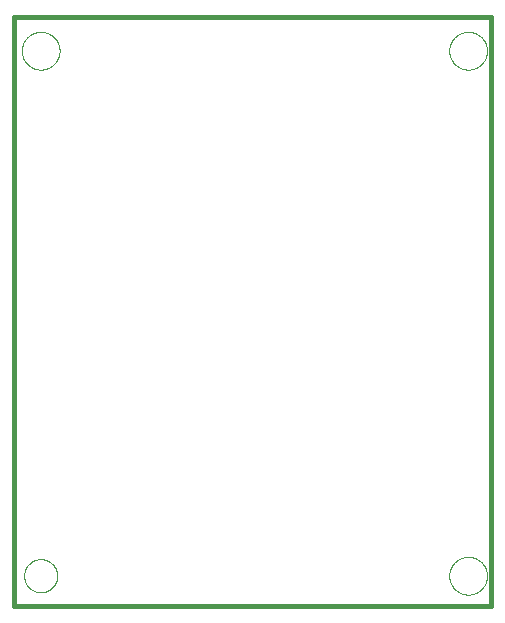
<source format=gtp>
G75*
%MOIN*%
%OFA0B0*%
%FSLAX25Y25*%
%IPPOS*%
%LPD*%
%AMOC8*
5,1,8,0,0,1.08239X$1,22.5*
%
%ADD10C,0.00000*%
%ADD11C,0.01600*%
D10*
X0073845Y0002513D02*
X0073845Y0198763D01*
X0232595Y0198763D01*
X0232595Y0002513D01*
X0073845Y0002513D01*
X0077083Y0012513D02*
X0077085Y0012661D01*
X0077091Y0012809D01*
X0077101Y0012957D01*
X0077115Y0013104D01*
X0077133Y0013251D01*
X0077154Y0013397D01*
X0077180Y0013543D01*
X0077210Y0013688D01*
X0077243Y0013832D01*
X0077281Y0013975D01*
X0077322Y0014117D01*
X0077367Y0014258D01*
X0077415Y0014398D01*
X0077468Y0014537D01*
X0077524Y0014674D01*
X0077584Y0014809D01*
X0077647Y0014943D01*
X0077714Y0015075D01*
X0077785Y0015205D01*
X0077859Y0015333D01*
X0077936Y0015459D01*
X0078017Y0015583D01*
X0078101Y0015705D01*
X0078188Y0015824D01*
X0078279Y0015941D01*
X0078373Y0016056D01*
X0078469Y0016168D01*
X0078569Y0016278D01*
X0078671Y0016384D01*
X0078777Y0016488D01*
X0078885Y0016589D01*
X0078996Y0016687D01*
X0079109Y0016783D01*
X0079225Y0016875D01*
X0079343Y0016964D01*
X0079464Y0017049D01*
X0079587Y0017132D01*
X0079712Y0017211D01*
X0079839Y0017287D01*
X0079968Y0017359D01*
X0080099Y0017428D01*
X0080232Y0017493D01*
X0080367Y0017554D01*
X0080503Y0017612D01*
X0080640Y0017667D01*
X0080779Y0017717D01*
X0080920Y0017764D01*
X0081061Y0017807D01*
X0081204Y0017847D01*
X0081348Y0017882D01*
X0081492Y0017914D01*
X0081638Y0017941D01*
X0081784Y0017965D01*
X0081931Y0017985D01*
X0082078Y0018001D01*
X0082225Y0018013D01*
X0082373Y0018021D01*
X0082521Y0018025D01*
X0082669Y0018025D01*
X0082817Y0018021D01*
X0082965Y0018013D01*
X0083112Y0018001D01*
X0083259Y0017985D01*
X0083406Y0017965D01*
X0083552Y0017941D01*
X0083698Y0017914D01*
X0083842Y0017882D01*
X0083986Y0017847D01*
X0084129Y0017807D01*
X0084270Y0017764D01*
X0084411Y0017717D01*
X0084550Y0017667D01*
X0084687Y0017612D01*
X0084823Y0017554D01*
X0084958Y0017493D01*
X0085091Y0017428D01*
X0085222Y0017359D01*
X0085351Y0017287D01*
X0085478Y0017211D01*
X0085603Y0017132D01*
X0085726Y0017049D01*
X0085847Y0016964D01*
X0085965Y0016875D01*
X0086081Y0016783D01*
X0086194Y0016687D01*
X0086305Y0016589D01*
X0086413Y0016488D01*
X0086519Y0016384D01*
X0086621Y0016278D01*
X0086721Y0016168D01*
X0086817Y0016056D01*
X0086911Y0015941D01*
X0087002Y0015824D01*
X0087089Y0015705D01*
X0087173Y0015583D01*
X0087254Y0015459D01*
X0087331Y0015333D01*
X0087405Y0015205D01*
X0087476Y0015075D01*
X0087543Y0014943D01*
X0087606Y0014809D01*
X0087666Y0014674D01*
X0087722Y0014537D01*
X0087775Y0014398D01*
X0087823Y0014258D01*
X0087868Y0014117D01*
X0087909Y0013975D01*
X0087947Y0013832D01*
X0087980Y0013688D01*
X0088010Y0013543D01*
X0088036Y0013397D01*
X0088057Y0013251D01*
X0088075Y0013104D01*
X0088089Y0012957D01*
X0088099Y0012809D01*
X0088105Y0012661D01*
X0088107Y0012513D01*
X0088105Y0012365D01*
X0088099Y0012217D01*
X0088089Y0012069D01*
X0088075Y0011922D01*
X0088057Y0011775D01*
X0088036Y0011629D01*
X0088010Y0011483D01*
X0087980Y0011338D01*
X0087947Y0011194D01*
X0087909Y0011051D01*
X0087868Y0010909D01*
X0087823Y0010768D01*
X0087775Y0010628D01*
X0087722Y0010489D01*
X0087666Y0010352D01*
X0087606Y0010217D01*
X0087543Y0010083D01*
X0087476Y0009951D01*
X0087405Y0009821D01*
X0087331Y0009693D01*
X0087254Y0009567D01*
X0087173Y0009443D01*
X0087089Y0009321D01*
X0087002Y0009202D01*
X0086911Y0009085D01*
X0086817Y0008970D01*
X0086721Y0008858D01*
X0086621Y0008748D01*
X0086519Y0008642D01*
X0086413Y0008538D01*
X0086305Y0008437D01*
X0086194Y0008339D01*
X0086081Y0008243D01*
X0085965Y0008151D01*
X0085847Y0008062D01*
X0085726Y0007977D01*
X0085603Y0007894D01*
X0085478Y0007815D01*
X0085351Y0007739D01*
X0085222Y0007667D01*
X0085091Y0007598D01*
X0084958Y0007533D01*
X0084823Y0007472D01*
X0084687Y0007414D01*
X0084550Y0007359D01*
X0084411Y0007309D01*
X0084270Y0007262D01*
X0084129Y0007219D01*
X0083986Y0007179D01*
X0083842Y0007144D01*
X0083698Y0007112D01*
X0083552Y0007085D01*
X0083406Y0007061D01*
X0083259Y0007041D01*
X0083112Y0007025D01*
X0082965Y0007013D01*
X0082817Y0007005D01*
X0082669Y0007001D01*
X0082521Y0007001D01*
X0082373Y0007005D01*
X0082225Y0007013D01*
X0082078Y0007025D01*
X0081931Y0007041D01*
X0081784Y0007061D01*
X0081638Y0007085D01*
X0081492Y0007112D01*
X0081348Y0007144D01*
X0081204Y0007179D01*
X0081061Y0007219D01*
X0080920Y0007262D01*
X0080779Y0007309D01*
X0080640Y0007359D01*
X0080503Y0007414D01*
X0080367Y0007472D01*
X0080232Y0007533D01*
X0080099Y0007598D01*
X0079968Y0007667D01*
X0079839Y0007739D01*
X0079712Y0007815D01*
X0079587Y0007894D01*
X0079464Y0007977D01*
X0079343Y0008062D01*
X0079225Y0008151D01*
X0079109Y0008243D01*
X0078996Y0008339D01*
X0078885Y0008437D01*
X0078777Y0008538D01*
X0078671Y0008642D01*
X0078569Y0008748D01*
X0078469Y0008858D01*
X0078373Y0008970D01*
X0078279Y0009085D01*
X0078188Y0009202D01*
X0078101Y0009321D01*
X0078017Y0009443D01*
X0077936Y0009567D01*
X0077859Y0009693D01*
X0077785Y0009821D01*
X0077714Y0009951D01*
X0077647Y0010083D01*
X0077584Y0010217D01*
X0077524Y0010352D01*
X0077468Y0010489D01*
X0077415Y0010628D01*
X0077367Y0010768D01*
X0077322Y0010909D01*
X0077281Y0011051D01*
X0077243Y0011194D01*
X0077210Y0011338D01*
X0077180Y0011483D01*
X0077154Y0011629D01*
X0077133Y0011775D01*
X0077115Y0011922D01*
X0077101Y0012069D01*
X0077091Y0012217D01*
X0077085Y0012365D01*
X0077083Y0012513D01*
X0218796Y0012513D02*
X0218798Y0012671D01*
X0218804Y0012829D01*
X0218814Y0012987D01*
X0218828Y0013145D01*
X0218846Y0013302D01*
X0218867Y0013459D01*
X0218893Y0013615D01*
X0218923Y0013771D01*
X0218956Y0013926D01*
X0218994Y0014079D01*
X0219035Y0014232D01*
X0219080Y0014384D01*
X0219129Y0014535D01*
X0219182Y0014684D01*
X0219238Y0014832D01*
X0219298Y0014978D01*
X0219362Y0015123D01*
X0219430Y0015266D01*
X0219501Y0015408D01*
X0219575Y0015548D01*
X0219653Y0015685D01*
X0219735Y0015821D01*
X0219819Y0015955D01*
X0219908Y0016086D01*
X0219999Y0016215D01*
X0220094Y0016342D01*
X0220191Y0016467D01*
X0220292Y0016589D01*
X0220396Y0016708D01*
X0220503Y0016825D01*
X0220613Y0016939D01*
X0220726Y0017050D01*
X0220841Y0017159D01*
X0220959Y0017264D01*
X0221080Y0017366D01*
X0221203Y0017466D01*
X0221329Y0017562D01*
X0221457Y0017655D01*
X0221587Y0017745D01*
X0221720Y0017831D01*
X0221855Y0017915D01*
X0221991Y0017994D01*
X0222130Y0018071D01*
X0222271Y0018143D01*
X0222413Y0018213D01*
X0222557Y0018278D01*
X0222703Y0018340D01*
X0222850Y0018398D01*
X0222999Y0018453D01*
X0223149Y0018504D01*
X0223300Y0018551D01*
X0223452Y0018594D01*
X0223605Y0018633D01*
X0223760Y0018669D01*
X0223915Y0018700D01*
X0224071Y0018728D01*
X0224227Y0018752D01*
X0224384Y0018772D01*
X0224542Y0018788D01*
X0224699Y0018800D01*
X0224858Y0018808D01*
X0225016Y0018812D01*
X0225174Y0018812D01*
X0225332Y0018808D01*
X0225491Y0018800D01*
X0225648Y0018788D01*
X0225806Y0018772D01*
X0225963Y0018752D01*
X0226119Y0018728D01*
X0226275Y0018700D01*
X0226430Y0018669D01*
X0226585Y0018633D01*
X0226738Y0018594D01*
X0226890Y0018551D01*
X0227041Y0018504D01*
X0227191Y0018453D01*
X0227340Y0018398D01*
X0227487Y0018340D01*
X0227633Y0018278D01*
X0227777Y0018213D01*
X0227919Y0018143D01*
X0228060Y0018071D01*
X0228199Y0017994D01*
X0228335Y0017915D01*
X0228470Y0017831D01*
X0228603Y0017745D01*
X0228733Y0017655D01*
X0228861Y0017562D01*
X0228987Y0017466D01*
X0229110Y0017366D01*
X0229231Y0017264D01*
X0229349Y0017159D01*
X0229464Y0017050D01*
X0229577Y0016939D01*
X0229687Y0016825D01*
X0229794Y0016708D01*
X0229898Y0016589D01*
X0229999Y0016467D01*
X0230096Y0016342D01*
X0230191Y0016215D01*
X0230282Y0016086D01*
X0230371Y0015955D01*
X0230455Y0015821D01*
X0230537Y0015685D01*
X0230615Y0015548D01*
X0230689Y0015408D01*
X0230760Y0015266D01*
X0230828Y0015123D01*
X0230892Y0014978D01*
X0230952Y0014832D01*
X0231008Y0014684D01*
X0231061Y0014535D01*
X0231110Y0014384D01*
X0231155Y0014232D01*
X0231196Y0014079D01*
X0231234Y0013926D01*
X0231267Y0013771D01*
X0231297Y0013615D01*
X0231323Y0013459D01*
X0231344Y0013302D01*
X0231362Y0013145D01*
X0231376Y0012987D01*
X0231386Y0012829D01*
X0231392Y0012671D01*
X0231394Y0012513D01*
X0231392Y0012355D01*
X0231386Y0012197D01*
X0231376Y0012039D01*
X0231362Y0011881D01*
X0231344Y0011724D01*
X0231323Y0011567D01*
X0231297Y0011411D01*
X0231267Y0011255D01*
X0231234Y0011100D01*
X0231196Y0010947D01*
X0231155Y0010794D01*
X0231110Y0010642D01*
X0231061Y0010491D01*
X0231008Y0010342D01*
X0230952Y0010194D01*
X0230892Y0010048D01*
X0230828Y0009903D01*
X0230760Y0009760D01*
X0230689Y0009618D01*
X0230615Y0009478D01*
X0230537Y0009341D01*
X0230455Y0009205D01*
X0230371Y0009071D01*
X0230282Y0008940D01*
X0230191Y0008811D01*
X0230096Y0008684D01*
X0229999Y0008559D01*
X0229898Y0008437D01*
X0229794Y0008318D01*
X0229687Y0008201D01*
X0229577Y0008087D01*
X0229464Y0007976D01*
X0229349Y0007867D01*
X0229231Y0007762D01*
X0229110Y0007660D01*
X0228987Y0007560D01*
X0228861Y0007464D01*
X0228733Y0007371D01*
X0228603Y0007281D01*
X0228470Y0007195D01*
X0228335Y0007111D01*
X0228199Y0007032D01*
X0228060Y0006955D01*
X0227919Y0006883D01*
X0227777Y0006813D01*
X0227633Y0006748D01*
X0227487Y0006686D01*
X0227340Y0006628D01*
X0227191Y0006573D01*
X0227041Y0006522D01*
X0226890Y0006475D01*
X0226738Y0006432D01*
X0226585Y0006393D01*
X0226430Y0006357D01*
X0226275Y0006326D01*
X0226119Y0006298D01*
X0225963Y0006274D01*
X0225806Y0006254D01*
X0225648Y0006238D01*
X0225491Y0006226D01*
X0225332Y0006218D01*
X0225174Y0006214D01*
X0225016Y0006214D01*
X0224858Y0006218D01*
X0224699Y0006226D01*
X0224542Y0006238D01*
X0224384Y0006254D01*
X0224227Y0006274D01*
X0224071Y0006298D01*
X0223915Y0006326D01*
X0223760Y0006357D01*
X0223605Y0006393D01*
X0223452Y0006432D01*
X0223300Y0006475D01*
X0223149Y0006522D01*
X0222999Y0006573D01*
X0222850Y0006628D01*
X0222703Y0006686D01*
X0222557Y0006748D01*
X0222413Y0006813D01*
X0222271Y0006883D01*
X0222130Y0006955D01*
X0221991Y0007032D01*
X0221855Y0007111D01*
X0221720Y0007195D01*
X0221587Y0007281D01*
X0221457Y0007371D01*
X0221329Y0007464D01*
X0221203Y0007560D01*
X0221080Y0007660D01*
X0220959Y0007762D01*
X0220841Y0007867D01*
X0220726Y0007976D01*
X0220613Y0008087D01*
X0220503Y0008201D01*
X0220396Y0008318D01*
X0220292Y0008437D01*
X0220191Y0008559D01*
X0220094Y0008684D01*
X0219999Y0008811D01*
X0219908Y0008940D01*
X0219819Y0009071D01*
X0219735Y0009205D01*
X0219653Y0009341D01*
X0219575Y0009478D01*
X0219501Y0009618D01*
X0219430Y0009760D01*
X0219362Y0009903D01*
X0219298Y0010048D01*
X0219238Y0010194D01*
X0219182Y0010342D01*
X0219129Y0010491D01*
X0219080Y0010642D01*
X0219035Y0010794D01*
X0218994Y0010947D01*
X0218956Y0011100D01*
X0218923Y0011255D01*
X0218893Y0011411D01*
X0218867Y0011567D01*
X0218846Y0011724D01*
X0218828Y0011881D01*
X0218814Y0012039D01*
X0218804Y0012197D01*
X0218798Y0012355D01*
X0218796Y0012513D01*
X0218796Y0187513D02*
X0218798Y0187671D01*
X0218804Y0187829D01*
X0218814Y0187987D01*
X0218828Y0188145D01*
X0218846Y0188302D01*
X0218867Y0188459D01*
X0218893Y0188615D01*
X0218923Y0188771D01*
X0218956Y0188926D01*
X0218994Y0189079D01*
X0219035Y0189232D01*
X0219080Y0189384D01*
X0219129Y0189535D01*
X0219182Y0189684D01*
X0219238Y0189832D01*
X0219298Y0189978D01*
X0219362Y0190123D01*
X0219430Y0190266D01*
X0219501Y0190408D01*
X0219575Y0190548D01*
X0219653Y0190685D01*
X0219735Y0190821D01*
X0219819Y0190955D01*
X0219908Y0191086D01*
X0219999Y0191215D01*
X0220094Y0191342D01*
X0220191Y0191467D01*
X0220292Y0191589D01*
X0220396Y0191708D01*
X0220503Y0191825D01*
X0220613Y0191939D01*
X0220726Y0192050D01*
X0220841Y0192159D01*
X0220959Y0192264D01*
X0221080Y0192366D01*
X0221203Y0192466D01*
X0221329Y0192562D01*
X0221457Y0192655D01*
X0221587Y0192745D01*
X0221720Y0192831D01*
X0221855Y0192915D01*
X0221991Y0192994D01*
X0222130Y0193071D01*
X0222271Y0193143D01*
X0222413Y0193213D01*
X0222557Y0193278D01*
X0222703Y0193340D01*
X0222850Y0193398D01*
X0222999Y0193453D01*
X0223149Y0193504D01*
X0223300Y0193551D01*
X0223452Y0193594D01*
X0223605Y0193633D01*
X0223760Y0193669D01*
X0223915Y0193700D01*
X0224071Y0193728D01*
X0224227Y0193752D01*
X0224384Y0193772D01*
X0224542Y0193788D01*
X0224699Y0193800D01*
X0224858Y0193808D01*
X0225016Y0193812D01*
X0225174Y0193812D01*
X0225332Y0193808D01*
X0225491Y0193800D01*
X0225648Y0193788D01*
X0225806Y0193772D01*
X0225963Y0193752D01*
X0226119Y0193728D01*
X0226275Y0193700D01*
X0226430Y0193669D01*
X0226585Y0193633D01*
X0226738Y0193594D01*
X0226890Y0193551D01*
X0227041Y0193504D01*
X0227191Y0193453D01*
X0227340Y0193398D01*
X0227487Y0193340D01*
X0227633Y0193278D01*
X0227777Y0193213D01*
X0227919Y0193143D01*
X0228060Y0193071D01*
X0228199Y0192994D01*
X0228335Y0192915D01*
X0228470Y0192831D01*
X0228603Y0192745D01*
X0228733Y0192655D01*
X0228861Y0192562D01*
X0228987Y0192466D01*
X0229110Y0192366D01*
X0229231Y0192264D01*
X0229349Y0192159D01*
X0229464Y0192050D01*
X0229577Y0191939D01*
X0229687Y0191825D01*
X0229794Y0191708D01*
X0229898Y0191589D01*
X0229999Y0191467D01*
X0230096Y0191342D01*
X0230191Y0191215D01*
X0230282Y0191086D01*
X0230371Y0190955D01*
X0230455Y0190821D01*
X0230537Y0190685D01*
X0230615Y0190548D01*
X0230689Y0190408D01*
X0230760Y0190266D01*
X0230828Y0190123D01*
X0230892Y0189978D01*
X0230952Y0189832D01*
X0231008Y0189684D01*
X0231061Y0189535D01*
X0231110Y0189384D01*
X0231155Y0189232D01*
X0231196Y0189079D01*
X0231234Y0188926D01*
X0231267Y0188771D01*
X0231297Y0188615D01*
X0231323Y0188459D01*
X0231344Y0188302D01*
X0231362Y0188145D01*
X0231376Y0187987D01*
X0231386Y0187829D01*
X0231392Y0187671D01*
X0231394Y0187513D01*
X0231392Y0187355D01*
X0231386Y0187197D01*
X0231376Y0187039D01*
X0231362Y0186881D01*
X0231344Y0186724D01*
X0231323Y0186567D01*
X0231297Y0186411D01*
X0231267Y0186255D01*
X0231234Y0186100D01*
X0231196Y0185947D01*
X0231155Y0185794D01*
X0231110Y0185642D01*
X0231061Y0185491D01*
X0231008Y0185342D01*
X0230952Y0185194D01*
X0230892Y0185048D01*
X0230828Y0184903D01*
X0230760Y0184760D01*
X0230689Y0184618D01*
X0230615Y0184478D01*
X0230537Y0184341D01*
X0230455Y0184205D01*
X0230371Y0184071D01*
X0230282Y0183940D01*
X0230191Y0183811D01*
X0230096Y0183684D01*
X0229999Y0183559D01*
X0229898Y0183437D01*
X0229794Y0183318D01*
X0229687Y0183201D01*
X0229577Y0183087D01*
X0229464Y0182976D01*
X0229349Y0182867D01*
X0229231Y0182762D01*
X0229110Y0182660D01*
X0228987Y0182560D01*
X0228861Y0182464D01*
X0228733Y0182371D01*
X0228603Y0182281D01*
X0228470Y0182195D01*
X0228335Y0182111D01*
X0228199Y0182032D01*
X0228060Y0181955D01*
X0227919Y0181883D01*
X0227777Y0181813D01*
X0227633Y0181748D01*
X0227487Y0181686D01*
X0227340Y0181628D01*
X0227191Y0181573D01*
X0227041Y0181522D01*
X0226890Y0181475D01*
X0226738Y0181432D01*
X0226585Y0181393D01*
X0226430Y0181357D01*
X0226275Y0181326D01*
X0226119Y0181298D01*
X0225963Y0181274D01*
X0225806Y0181254D01*
X0225648Y0181238D01*
X0225491Y0181226D01*
X0225332Y0181218D01*
X0225174Y0181214D01*
X0225016Y0181214D01*
X0224858Y0181218D01*
X0224699Y0181226D01*
X0224542Y0181238D01*
X0224384Y0181254D01*
X0224227Y0181274D01*
X0224071Y0181298D01*
X0223915Y0181326D01*
X0223760Y0181357D01*
X0223605Y0181393D01*
X0223452Y0181432D01*
X0223300Y0181475D01*
X0223149Y0181522D01*
X0222999Y0181573D01*
X0222850Y0181628D01*
X0222703Y0181686D01*
X0222557Y0181748D01*
X0222413Y0181813D01*
X0222271Y0181883D01*
X0222130Y0181955D01*
X0221991Y0182032D01*
X0221855Y0182111D01*
X0221720Y0182195D01*
X0221587Y0182281D01*
X0221457Y0182371D01*
X0221329Y0182464D01*
X0221203Y0182560D01*
X0221080Y0182660D01*
X0220959Y0182762D01*
X0220841Y0182867D01*
X0220726Y0182976D01*
X0220613Y0183087D01*
X0220503Y0183201D01*
X0220396Y0183318D01*
X0220292Y0183437D01*
X0220191Y0183559D01*
X0220094Y0183684D01*
X0219999Y0183811D01*
X0219908Y0183940D01*
X0219819Y0184071D01*
X0219735Y0184205D01*
X0219653Y0184341D01*
X0219575Y0184478D01*
X0219501Y0184618D01*
X0219430Y0184760D01*
X0219362Y0184903D01*
X0219298Y0185048D01*
X0219238Y0185194D01*
X0219182Y0185342D01*
X0219129Y0185491D01*
X0219080Y0185642D01*
X0219035Y0185794D01*
X0218994Y0185947D01*
X0218956Y0186100D01*
X0218923Y0186255D01*
X0218893Y0186411D01*
X0218867Y0186567D01*
X0218846Y0186724D01*
X0218828Y0186881D01*
X0218814Y0187039D01*
X0218804Y0187197D01*
X0218798Y0187355D01*
X0218796Y0187513D01*
X0076296Y0187513D02*
X0076298Y0187671D01*
X0076304Y0187829D01*
X0076314Y0187987D01*
X0076328Y0188145D01*
X0076346Y0188302D01*
X0076367Y0188459D01*
X0076393Y0188615D01*
X0076423Y0188771D01*
X0076456Y0188926D01*
X0076494Y0189079D01*
X0076535Y0189232D01*
X0076580Y0189384D01*
X0076629Y0189535D01*
X0076682Y0189684D01*
X0076738Y0189832D01*
X0076798Y0189978D01*
X0076862Y0190123D01*
X0076930Y0190266D01*
X0077001Y0190408D01*
X0077075Y0190548D01*
X0077153Y0190685D01*
X0077235Y0190821D01*
X0077319Y0190955D01*
X0077408Y0191086D01*
X0077499Y0191215D01*
X0077594Y0191342D01*
X0077691Y0191467D01*
X0077792Y0191589D01*
X0077896Y0191708D01*
X0078003Y0191825D01*
X0078113Y0191939D01*
X0078226Y0192050D01*
X0078341Y0192159D01*
X0078459Y0192264D01*
X0078580Y0192366D01*
X0078703Y0192466D01*
X0078829Y0192562D01*
X0078957Y0192655D01*
X0079087Y0192745D01*
X0079220Y0192831D01*
X0079355Y0192915D01*
X0079491Y0192994D01*
X0079630Y0193071D01*
X0079771Y0193143D01*
X0079913Y0193213D01*
X0080057Y0193278D01*
X0080203Y0193340D01*
X0080350Y0193398D01*
X0080499Y0193453D01*
X0080649Y0193504D01*
X0080800Y0193551D01*
X0080952Y0193594D01*
X0081105Y0193633D01*
X0081260Y0193669D01*
X0081415Y0193700D01*
X0081571Y0193728D01*
X0081727Y0193752D01*
X0081884Y0193772D01*
X0082042Y0193788D01*
X0082199Y0193800D01*
X0082358Y0193808D01*
X0082516Y0193812D01*
X0082674Y0193812D01*
X0082832Y0193808D01*
X0082991Y0193800D01*
X0083148Y0193788D01*
X0083306Y0193772D01*
X0083463Y0193752D01*
X0083619Y0193728D01*
X0083775Y0193700D01*
X0083930Y0193669D01*
X0084085Y0193633D01*
X0084238Y0193594D01*
X0084390Y0193551D01*
X0084541Y0193504D01*
X0084691Y0193453D01*
X0084840Y0193398D01*
X0084987Y0193340D01*
X0085133Y0193278D01*
X0085277Y0193213D01*
X0085419Y0193143D01*
X0085560Y0193071D01*
X0085699Y0192994D01*
X0085835Y0192915D01*
X0085970Y0192831D01*
X0086103Y0192745D01*
X0086233Y0192655D01*
X0086361Y0192562D01*
X0086487Y0192466D01*
X0086610Y0192366D01*
X0086731Y0192264D01*
X0086849Y0192159D01*
X0086964Y0192050D01*
X0087077Y0191939D01*
X0087187Y0191825D01*
X0087294Y0191708D01*
X0087398Y0191589D01*
X0087499Y0191467D01*
X0087596Y0191342D01*
X0087691Y0191215D01*
X0087782Y0191086D01*
X0087871Y0190955D01*
X0087955Y0190821D01*
X0088037Y0190685D01*
X0088115Y0190548D01*
X0088189Y0190408D01*
X0088260Y0190266D01*
X0088328Y0190123D01*
X0088392Y0189978D01*
X0088452Y0189832D01*
X0088508Y0189684D01*
X0088561Y0189535D01*
X0088610Y0189384D01*
X0088655Y0189232D01*
X0088696Y0189079D01*
X0088734Y0188926D01*
X0088767Y0188771D01*
X0088797Y0188615D01*
X0088823Y0188459D01*
X0088844Y0188302D01*
X0088862Y0188145D01*
X0088876Y0187987D01*
X0088886Y0187829D01*
X0088892Y0187671D01*
X0088894Y0187513D01*
X0088892Y0187355D01*
X0088886Y0187197D01*
X0088876Y0187039D01*
X0088862Y0186881D01*
X0088844Y0186724D01*
X0088823Y0186567D01*
X0088797Y0186411D01*
X0088767Y0186255D01*
X0088734Y0186100D01*
X0088696Y0185947D01*
X0088655Y0185794D01*
X0088610Y0185642D01*
X0088561Y0185491D01*
X0088508Y0185342D01*
X0088452Y0185194D01*
X0088392Y0185048D01*
X0088328Y0184903D01*
X0088260Y0184760D01*
X0088189Y0184618D01*
X0088115Y0184478D01*
X0088037Y0184341D01*
X0087955Y0184205D01*
X0087871Y0184071D01*
X0087782Y0183940D01*
X0087691Y0183811D01*
X0087596Y0183684D01*
X0087499Y0183559D01*
X0087398Y0183437D01*
X0087294Y0183318D01*
X0087187Y0183201D01*
X0087077Y0183087D01*
X0086964Y0182976D01*
X0086849Y0182867D01*
X0086731Y0182762D01*
X0086610Y0182660D01*
X0086487Y0182560D01*
X0086361Y0182464D01*
X0086233Y0182371D01*
X0086103Y0182281D01*
X0085970Y0182195D01*
X0085835Y0182111D01*
X0085699Y0182032D01*
X0085560Y0181955D01*
X0085419Y0181883D01*
X0085277Y0181813D01*
X0085133Y0181748D01*
X0084987Y0181686D01*
X0084840Y0181628D01*
X0084691Y0181573D01*
X0084541Y0181522D01*
X0084390Y0181475D01*
X0084238Y0181432D01*
X0084085Y0181393D01*
X0083930Y0181357D01*
X0083775Y0181326D01*
X0083619Y0181298D01*
X0083463Y0181274D01*
X0083306Y0181254D01*
X0083148Y0181238D01*
X0082991Y0181226D01*
X0082832Y0181218D01*
X0082674Y0181214D01*
X0082516Y0181214D01*
X0082358Y0181218D01*
X0082199Y0181226D01*
X0082042Y0181238D01*
X0081884Y0181254D01*
X0081727Y0181274D01*
X0081571Y0181298D01*
X0081415Y0181326D01*
X0081260Y0181357D01*
X0081105Y0181393D01*
X0080952Y0181432D01*
X0080800Y0181475D01*
X0080649Y0181522D01*
X0080499Y0181573D01*
X0080350Y0181628D01*
X0080203Y0181686D01*
X0080057Y0181748D01*
X0079913Y0181813D01*
X0079771Y0181883D01*
X0079630Y0181955D01*
X0079491Y0182032D01*
X0079355Y0182111D01*
X0079220Y0182195D01*
X0079087Y0182281D01*
X0078957Y0182371D01*
X0078829Y0182464D01*
X0078703Y0182560D01*
X0078580Y0182660D01*
X0078459Y0182762D01*
X0078341Y0182867D01*
X0078226Y0182976D01*
X0078113Y0183087D01*
X0078003Y0183201D01*
X0077896Y0183318D01*
X0077792Y0183437D01*
X0077691Y0183559D01*
X0077594Y0183684D01*
X0077499Y0183811D01*
X0077408Y0183940D01*
X0077319Y0184071D01*
X0077235Y0184205D01*
X0077153Y0184341D01*
X0077075Y0184478D01*
X0077001Y0184618D01*
X0076930Y0184760D01*
X0076862Y0184903D01*
X0076798Y0185048D01*
X0076738Y0185194D01*
X0076682Y0185342D01*
X0076629Y0185491D01*
X0076580Y0185642D01*
X0076535Y0185794D01*
X0076494Y0185947D01*
X0076456Y0186100D01*
X0076423Y0186255D01*
X0076393Y0186411D01*
X0076367Y0186567D01*
X0076346Y0186724D01*
X0076328Y0186881D01*
X0076314Y0187039D01*
X0076304Y0187197D01*
X0076298Y0187355D01*
X0076296Y0187513D01*
D11*
X0073845Y0198763D02*
X0073845Y0002513D01*
X0232595Y0002513D01*
X0232595Y0198763D01*
X0073845Y0198763D01*
M02*

</source>
